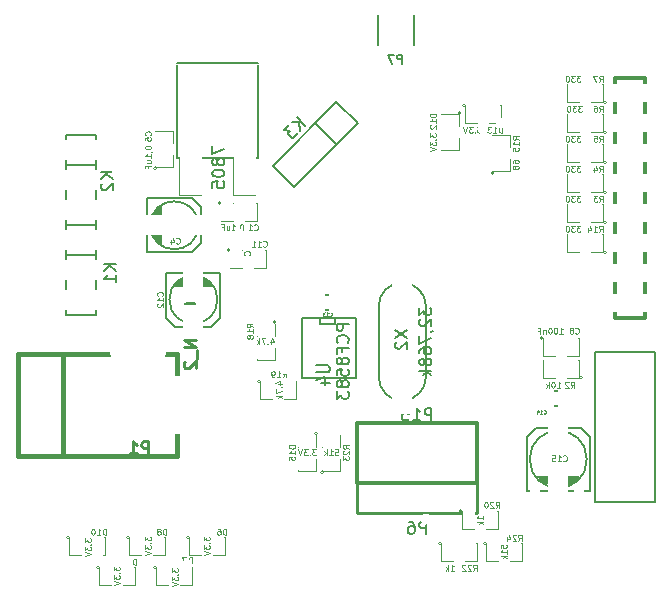
<source format=gbo>
G04 (created by PCBNEW (2013-mar-13)-testing) date nie, 20 paź 2013, 18:38:17*
%MOIN*%
G04 Gerber Fmt 3.4, Leading zero omitted, Abs format*
%FSLAX34Y34*%
G01*
G70*
G90*
G04 APERTURE LIST*
%ADD10C,0.005906*%
%ADD11C,0.006000*%
%ADD12C,0.003900*%
%ADD13C,0.005000*%
%ADD14C,0.012000*%
%ADD15C,0.015000*%
%ADD16C,0.010000*%
%ADD17C,0.004300*%
%ADD18C,0.008000*%
%ADD19C,0.004700*%
%ADD20C,0.002400*%
%ADD21C,0.010700*%
%ADD22R,0.125984X0.066929*%
%ADD23R,0.066929X0.125984*%
%ADD24R,0.066929X0.165354*%
%ADD25R,0.042874X0.062874*%
%ADD26C,0.067874*%
%ADD27R,0.157874X0.067874*%
%ADD28R,0.062874X0.042874*%
%ADD29R,0.072874X0.127874*%
%ADD30R,0.247874X0.247874*%
%ADD31R,0.067874X0.067874*%
%ADD32C,0.196874*%
%ADD33R,0.196874X0.196874*%
%ADD34C,0.043274*%
%ADD35R,0.110274X0.070874*%
%ADD36R,0.070874X0.110274*%
%ADD37R,0.059074X0.066874*%
%ADD38R,0.070874X0.125974*%
%ADD39R,0.052874X0.027874*%
%ADD40R,0.157874X0.062874*%
%ADD41C,0.037874*%
G04 APERTURE END LIST*
G54D10*
G54D11*
X1174Y-4145D02*
X174Y-4145D01*
X174Y-4145D02*
X174Y-7145D01*
X174Y-7145D02*
X1174Y-7145D01*
X1174Y-7145D02*
X1174Y-4145D01*
X174Y-5145D02*
X1174Y-5145D01*
X1174Y-7145D02*
X174Y-7145D01*
X174Y-7145D02*
X174Y-10145D01*
X174Y-10145D02*
X1174Y-10145D01*
X1174Y-10145D02*
X1174Y-7145D01*
X174Y-8145D02*
X1174Y-8145D01*
X10567Y-145D02*
X10567Y-1145D01*
X11780Y-1145D02*
X11780Y-145D01*
G54D10*
X12161Y-9839D02*
X12161Y-12201D01*
X10586Y-9839D02*
X10586Y-12201D01*
X11374Y-9052D02*
G75*
G02X12161Y-9839I0J-787D01*
G74*
G01*
X10586Y-9839D02*
G75*
G02X11374Y-9052I787J0D01*
G74*
G01*
X11374Y-12989D02*
G75*
G02X10586Y-12201I0J787D01*
G74*
G01*
X12161Y-12201D02*
G75*
G02X11374Y-12989I-787J0D01*
G74*
G01*
G54D12*
X4274Y-17545D02*
G75*
G03X4274Y-17545I-50J0D01*
G74*
G01*
X4674Y-17545D02*
X4274Y-17545D01*
X4274Y-17545D02*
X4274Y-18145D01*
X4274Y-18145D02*
X4674Y-18145D01*
X5074Y-18145D02*
X5474Y-18145D01*
X5474Y-18145D02*
X5474Y-17545D01*
X5474Y-17545D02*
X5074Y-17545D01*
X3174Y-18545D02*
G75*
G03X3174Y-18545I-50J0D01*
G74*
G01*
X3574Y-18545D02*
X3174Y-18545D01*
X3174Y-18545D02*
X3174Y-19145D01*
X3174Y-19145D02*
X3574Y-19145D01*
X3974Y-19145D02*
X4374Y-19145D01*
X4374Y-19145D02*
X4374Y-18545D01*
X4374Y-18545D02*
X3974Y-18545D01*
X2274Y-17545D02*
G75*
G03X2274Y-17545I-50J0D01*
G74*
G01*
X2674Y-17545D02*
X2274Y-17545D01*
X2274Y-17545D02*
X2274Y-18145D01*
X2274Y-18145D02*
X2674Y-18145D01*
X3074Y-18145D02*
X3474Y-18145D01*
X3474Y-18145D02*
X3474Y-17545D01*
X3474Y-17545D02*
X3074Y-17545D01*
X1274Y-18545D02*
G75*
G03X1274Y-18545I-50J0D01*
G74*
G01*
X1674Y-18545D02*
X1274Y-18545D01*
X1274Y-18545D02*
X1274Y-19145D01*
X1274Y-19145D02*
X1674Y-19145D01*
X2074Y-19145D02*
X2474Y-19145D01*
X2474Y-19145D02*
X2474Y-18545D01*
X2474Y-18545D02*
X2074Y-18545D01*
X274Y-17545D02*
G75*
G03X274Y-17545I-50J0D01*
G74*
G01*
X674Y-17545D02*
X274Y-17545D01*
X274Y-17545D02*
X274Y-18145D01*
X274Y-18145D02*
X674Y-18145D01*
X1074Y-18145D02*
X1474Y-18145D01*
X1474Y-18145D02*
X1474Y-17545D01*
X1474Y-17545D02*
X1074Y-17545D01*
G54D11*
X9888Y-3738D02*
X9181Y-3031D01*
X9181Y-3031D02*
X7059Y-5152D01*
X7059Y-5152D02*
X7766Y-5859D01*
X7766Y-5859D02*
X9888Y-3738D01*
X8474Y-3738D02*
X9181Y-4445D01*
G54D10*
X17811Y-11370D02*
X17811Y-16370D01*
X17811Y-16370D02*
X19811Y-16370D01*
X19811Y-16370D02*
X19811Y-11370D01*
X19811Y-11370D02*
X17811Y-11370D01*
G54D12*
X17374Y-12220D02*
G75*
G03X17374Y-12220I-50J0D01*
G74*
G01*
X16874Y-12220D02*
X17274Y-12220D01*
X17274Y-12220D02*
X17274Y-11620D01*
X17274Y-11620D02*
X16874Y-11620D01*
X16474Y-11620D02*
X16074Y-11620D01*
X16074Y-11620D02*
X16074Y-12220D01*
X16074Y-12220D02*
X16474Y-12220D01*
X18174Y-7045D02*
G75*
G03X18174Y-7045I-50J0D01*
G74*
G01*
X17674Y-7045D02*
X18074Y-7045D01*
X18074Y-7045D02*
X18074Y-6445D01*
X18074Y-6445D02*
X17674Y-6445D01*
X17274Y-6445D02*
X16874Y-6445D01*
X16874Y-6445D02*
X16874Y-7045D01*
X16874Y-7045D02*
X17274Y-7045D01*
X18174Y-6045D02*
G75*
G03X18174Y-6045I-50J0D01*
G74*
G01*
X17674Y-6045D02*
X18074Y-6045D01*
X18074Y-6045D02*
X18074Y-5445D01*
X18074Y-5445D02*
X17674Y-5445D01*
X17274Y-5445D02*
X16874Y-5445D01*
X16874Y-5445D02*
X16874Y-6045D01*
X16874Y-6045D02*
X17274Y-6045D01*
X18174Y-5045D02*
G75*
G03X18174Y-5045I-50J0D01*
G74*
G01*
X17674Y-5045D02*
X18074Y-5045D01*
X18074Y-5045D02*
X18074Y-4445D01*
X18074Y-4445D02*
X17674Y-4445D01*
X17274Y-4445D02*
X16874Y-4445D01*
X16874Y-4445D02*
X16874Y-5045D01*
X16874Y-5045D02*
X17274Y-5045D01*
X18174Y-4045D02*
G75*
G03X18174Y-4045I-50J0D01*
G74*
G01*
X17674Y-4045D02*
X18074Y-4045D01*
X18074Y-4045D02*
X18074Y-3445D01*
X18074Y-3445D02*
X17674Y-3445D01*
X17274Y-3445D02*
X16874Y-3445D01*
X16874Y-3445D02*
X16874Y-4045D01*
X16874Y-4045D02*
X17274Y-4045D01*
X18174Y-3045D02*
G75*
G03X18174Y-3045I-50J0D01*
G74*
G01*
X17674Y-3045D02*
X18074Y-3045D01*
X18074Y-3045D02*
X18074Y-2445D01*
X18074Y-2445D02*
X17674Y-2445D01*
X17274Y-2445D02*
X16874Y-2445D01*
X16874Y-2445D02*
X16874Y-3045D01*
X16874Y-3045D02*
X17274Y-3045D01*
X18174Y-8045D02*
G75*
G03X18174Y-8045I-50J0D01*
G74*
G01*
X17674Y-8045D02*
X18074Y-8045D01*
X18074Y-8045D02*
X18074Y-7445D01*
X18074Y-7445D02*
X17674Y-7445D01*
X17274Y-7445D02*
X16874Y-7445D01*
X16874Y-7445D02*
X16874Y-8045D01*
X16874Y-8045D02*
X17274Y-8045D01*
X14424Y-5395D02*
G75*
G03X14424Y-5395I-50J0D01*
G74*
G01*
X14374Y-4945D02*
X14374Y-5345D01*
X14374Y-5345D02*
X14974Y-5345D01*
X14974Y-5345D02*
X14974Y-4945D01*
X14974Y-4545D02*
X14974Y-4145D01*
X14974Y-4145D02*
X14374Y-4145D01*
X14374Y-4145D02*
X14374Y-4545D01*
G54D13*
X4674Y-4895D02*
X4674Y-6145D01*
X4674Y-6145D02*
X3974Y-6145D01*
X3974Y-6145D02*
X3974Y-4895D01*
X6474Y-4895D02*
X6474Y-6145D01*
X6474Y-6145D02*
X5774Y-6145D01*
X5774Y-6145D02*
X5774Y-4895D01*
X3874Y-2495D02*
X3874Y-4895D01*
X3874Y-4895D02*
X6574Y-4895D01*
X6574Y-4895D02*
X6574Y-1795D01*
X6574Y-1745D02*
X3874Y-1745D01*
X3874Y-1795D02*
X3874Y-2495D01*
G54D14*
X9874Y-15745D02*
X13874Y-15745D01*
X13874Y-15745D02*
X13874Y-13745D01*
X13874Y-13745D02*
X9874Y-13745D01*
X9874Y-13745D02*
X9874Y-15745D01*
G54D15*
X-1125Y-14845D02*
X-1425Y-14845D01*
X-1425Y-14845D02*
X-1425Y-11445D01*
X-1425Y-11445D02*
X-1125Y-11445D01*
X74Y-14845D02*
X74Y-11445D01*
X3874Y-14845D02*
X3874Y-11445D01*
X-1125Y-11445D02*
X3874Y-11445D01*
X-1125Y-14845D02*
X3874Y-14845D01*
G54D12*
X5324Y-6395D02*
G75*
G03X5324Y-6395I-50J0D01*
G74*
G01*
X5724Y-6395D02*
X5324Y-6395D01*
X5324Y-6395D02*
X5324Y-6995D01*
X5324Y-6995D02*
X5724Y-6995D01*
X6124Y-6995D02*
X6524Y-6995D01*
X6524Y-6995D02*
X6524Y-6395D01*
X6524Y-6395D02*
X6124Y-6395D01*
X3174Y-5245D02*
G75*
G03X3174Y-5245I-50J0D01*
G74*
G01*
X3124Y-4795D02*
X3124Y-5195D01*
X3124Y-5195D02*
X3724Y-5195D01*
X3724Y-5195D02*
X3724Y-4795D01*
X3724Y-4395D02*
X3724Y-3995D01*
X3724Y-3995D02*
X3124Y-3995D01*
X3124Y-3995D02*
X3124Y-4395D01*
X16074Y-10895D02*
G75*
G03X16074Y-10895I-50J0D01*
G74*
G01*
X16474Y-10895D02*
X16074Y-10895D01*
X16074Y-10895D02*
X16074Y-11495D01*
X16074Y-11495D02*
X16474Y-11495D01*
X16874Y-11495D02*
X17274Y-11495D01*
X17274Y-11495D02*
X17274Y-10895D01*
X17274Y-10895D02*
X16874Y-10895D01*
X5624Y-7970D02*
G75*
G03X5624Y-7970I-50J0D01*
G74*
G01*
X6024Y-7970D02*
X5624Y-7970D01*
X5624Y-7970D02*
X5624Y-8570D01*
X5624Y-8570D02*
X6024Y-8570D01*
X6424Y-8570D02*
X6824Y-8570D01*
X6824Y-8570D02*
X6824Y-7970D01*
X6824Y-7970D02*
X6424Y-7970D01*
X13324Y-3395D02*
G75*
G03X13324Y-3395I-50J0D01*
G74*
G01*
X13274Y-3845D02*
X13274Y-3445D01*
X13274Y-3445D02*
X12674Y-3445D01*
X12674Y-3445D02*
X12674Y-3845D01*
X12674Y-4245D02*
X12674Y-4645D01*
X12674Y-4645D02*
X13274Y-4645D01*
X13274Y-4645D02*
X13274Y-4245D01*
X13474Y-3145D02*
G75*
G03X13474Y-3145I-50J0D01*
G74*
G01*
X13874Y-3145D02*
X13474Y-3145D01*
X13474Y-3145D02*
X13474Y-3745D01*
X13474Y-3745D02*
X13874Y-3745D01*
X14274Y-3745D02*
X14674Y-3745D01*
X14674Y-3745D02*
X14674Y-3145D01*
X14674Y-3145D02*
X14274Y-3145D01*
G54D16*
X13874Y-15745D02*
X9874Y-15745D01*
X13874Y-16745D02*
X9874Y-16745D01*
X9874Y-16745D02*
X9874Y-15745D01*
X13874Y-15745D02*
X13874Y-16745D01*
G54D13*
X4424Y-7145D02*
X4124Y-7145D01*
X4274Y-7295D02*
X4274Y-6995D01*
X4374Y-6245D02*
X2874Y-6245D01*
X4674Y-7745D02*
X4674Y-6545D01*
X4374Y-6245D02*
X4674Y-6545D01*
X4374Y-8045D02*
X2874Y-8045D01*
X4374Y-8045D02*
X4674Y-7745D01*
X2974Y-7095D02*
X2974Y-7195D01*
X3024Y-7395D02*
X3024Y-6895D01*
X3074Y-6795D02*
X3074Y-7495D01*
X3124Y-6695D02*
X3124Y-7595D01*
X3174Y-7645D02*
X3174Y-6645D01*
X3224Y-6595D02*
X3224Y-7695D01*
X3274Y-7745D02*
X3274Y-6545D01*
X3324Y-7795D02*
X3324Y-6495D01*
X4574Y-7145D02*
G75*
G03X4574Y-7145I-799J0D01*
G74*
G01*
X2874Y-8045D02*
X2874Y-6245D01*
X4411Y-10270D02*
X4411Y-9970D01*
X4261Y-10120D02*
X4561Y-10120D01*
X5311Y-10220D02*
X5311Y-8720D01*
X3811Y-10520D02*
X5011Y-10520D01*
X5311Y-10220D02*
X5011Y-10520D01*
X3511Y-10220D02*
X3511Y-8720D01*
X3511Y-10220D02*
X3811Y-10520D01*
X4461Y-8820D02*
X4361Y-8820D01*
X4161Y-8870D02*
X4661Y-8870D01*
X4761Y-8920D02*
X4061Y-8920D01*
X4861Y-8970D02*
X3961Y-8970D01*
X3911Y-9020D02*
X4911Y-9020D01*
X4961Y-9070D02*
X3861Y-9070D01*
X3811Y-9120D02*
X5011Y-9120D01*
X3761Y-9170D02*
X5061Y-9170D01*
X5211Y-9620D02*
G75*
G03X5211Y-9620I-800J0D01*
G74*
G01*
X3511Y-8720D02*
X5311Y-8720D01*
X9124Y-9970D02*
X9124Y-9470D01*
X8624Y-9970D02*
X8624Y-9480D01*
X8474Y-9970D02*
X9274Y-9970D01*
X9274Y-9970D02*
X9274Y-9470D01*
X9274Y-9470D02*
X8474Y-9470D01*
X8474Y-9470D02*
X8474Y-9970D01*
X16749Y-13170D02*
X16749Y-12670D01*
X16249Y-13170D02*
X16249Y-12680D01*
X16099Y-13170D02*
X16899Y-13170D01*
X16899Y-13170D02*
X16899Y-12670D01*
X16899Y-12670D02*
X16099Y-12670D01*
X16099Y-12670D02*
X16099Y-13170D01*
X16824Y-15845D02*
X16274Y-15845D01*
X16924Y-15795D02*
X16224Y-15795D01*
X17074Y-15745D02*
X16074Y-15745D01*
X16024Y-15695D02*
X17124Y-15695D01*
X17174Y-15645D02*
X15974Y-15645D01*
X15924Y-15595D02*
X17224Y-15595D01*
X17274Y-15545D02*
X15874Y-15545D01*
X17524Y-14945D02*
G75*
G03X17524Y-14945I-950J0D01*
G74*
G01*
X17624Y-15995D02*
X17624Y-14195D01*
X17624Y-14195D02*
X17324Y-13895D01*
X17324Y-13895D02*
X15824Y-13895D01*
X15824Y-13895D02*
X15524Y-14195D01*
X15524Y-14195D02*
X15524Y-15995D01*
X15524Y-15995D02*
X17624Y-15995D01*
X16574Y-14095D02*
X16574Y-14395D01*
X16724Y-14245D02*
X16424Y-14245D01*
G54D12*
X8549Y-14070D02*
G75*
G03X8549Y-14070I-50J0D01*
G74*
G01*
X8499Y-14520D02*
X8499Y-14120D01*
X8499Y-14120D02*
X7899Y-14120D01*
X7899Y-14120D02*
X7899Y-14520D01*
X7899Y-14920D02*
X7899Y-15320D01*
X7899Y-15320D02*
X8499Y-15320D01*
X8499Y-15320D02*
X8499Y-14920D01*
X7174Y-10370D02*
G75*
G03X7174Y-10370I-50J0D01*
G74*
G01*
X7124Y-10820D02*
X7124Y-10420D01*
X7124Y-10420D02*
X6524Y-10420D01*
X6524Y-10420D02*
X6524Y-10820D01*
X6524Y-11220D02*
X6524Y-11620D01*
X6524Y-11620D02*
X7124Y-11620D01*
X7124Y-11620D02*
X7124Y-11220D01*
X6649Y-12345D02*
G75*
G03X6649Y-12345I-50J0D01*
G74*
G01*
X7049Y-12345D02*
X6649Y-12345D01*
X6649Y-12345D02*
X6649Y-12945D01*
X6649Y-12945D02*
X7049Y-12945D01*
X7449Y-12945D02*
X7849Y-12945D01*
X7849Y-12945D02*
X7849Y-12345D01*
X7849Y-12345D02*
X7449Y-12345D01*
X13374Y-16670D02*
G75*
G03X13374Y-16670I-50J0D01*
G74*
G01*
X13774Y-16670D02*
X13374Y-16670D01*
X13374Y-16670D02*
X13374Y-17270D01*
X13374Y-17270D02*
X13774Y-17270D01*
X14174Y-17270D02*
X14574Y-17270D01*
X14574Y-17270D02*
X14574Y-16670D01*
X14574Y-16670D02*
X14174Y-16670D01*
X12674Y-17745D02*
G75*
G03X12674Y-17745I-50J0D01*
G74*
G01*
X13074Y-17745D02*
X12674Y-17745D01*
X12674Y-17745D02*
X12674Y-18345D01*
X12674Y-18345D02*
X13074Y-18345D01*
X13474Y-18345D02*
X13874Y-18345D01*
X13874Y-18345D02*
X13874Y-17745D01*
X13874Y-17745D02*
X13474Y-17745D01*
X8749Y-15370D02*
G75*
G03X8749Y-15370I-50J0D01*
G74*
G01*
X8699Y-14920D02*
X8699Y-15320D01*
X8699Y-15320D02*
X9299Y-15320D01*
X9299Y-15320D02*
X9299Y-14920D01*
X9299Y-14520D02*
X9299Y-14120D01*
X9299Y-14120D02*
X8699Y-14120D01*
X8699Y-14120D02*
X8699Y-14520D01*
X14174Y-17745D02*
G75*
G03X14174Y-17745I-50J0D01*
G74*
G01*
X14574Y-17745D02*
X14174Y-17745D01*
X14174Y-17745D02*
X14174Y-18345D01*
X14174Y-18345D02*
X14574Y-18345D01*
X14974Y-18345D02*
X15374Y-18345D01*
X15374Y-18345D02*
X15374Y-17745D01*
X15374Y-17745D02*
X14974Y-17745D01*
G54D13*
X8024Y-10220D02*
X8024Y-12220D01*
X8024Y-12220D02*
X9824Y-12220D01*
X9824Y-12220D02*
X9824Y-10220D01*
X9824Y-10220D02*
X8024Y-10220D01*
X8624Y-10220D02*
X8624Y-10420D01*
X8624Y-10420D02*
X9124Y-10420D01*
X9124Y-10420D02*
X9124Y-10220D01*
G54D14*
X19474Y-10245D02*
X19474Y-2245D01*
X19474Y-2245D02*
X18474Y-2245D01*
X18474Y-2245D02*
X18474Y-10245D01*
X18474Y-10245D02*
X19474Y-10245D01*
G54D11*
X1742Y-5375D02*
X1342Y-5375D01*
X1742Y-5603D02*
X1513Y-5432D01*
X1342Y-5603D02*
X1570Y-5375D01*
X1380Y-5756D02*
X1361Y-5775D01*
X1342Y-5813D01*
X1342Y-5908D01*
X1361Y-5946D01*
X1380Y-5965D01*
X1418Y-5984D01*
X1456Y-5984D01*
X1513Y-5965D01*
X1742Y-5737D01*
X1742Y-5984D01*
X1842Y-8425D02*
X1442Y-8425D01*
X1842Y-8653D02*
X1613Y-8482D01*
X1442Y-8653D02*
X1670Y-8425D01*
X1842Y-9034D02*
X1842Y-8806D01*
X1842Y-8920D02*
X1442Y-8920D01*
X1499Y-8882D01*
X1537Y-8844D01*
X1556Y-8806D01*
X11382Y-1756D02*
X11382Y-1456D01*
X11268Y-1456D01*
X11239Y-1470D01*
X11225Y-1484D01*
X11211Y-1513D01*
X11211Y-1556D01*
X11225Y-1584D01*
X11239Y-1599D01*
X11268Y-1613D01*
X11382Y-1613D01*
X11111Y-1456D02*
X10911Y-1456D01*
X11039Y-1756D01*
G54D10*
X11145Y-10651D02*
X11539Y-10914D01*
X11145Y-10914D02*
X11539Y-10651D01*
X11183Y-11045D02*
X11164Y-11064D01*
X11145Y-11101D01*
X11145Y-11195D01*
X11164Y-11232D01*
X11183Y-11251D01*
X11220Y-11270D01*
X11258Y-11270D01*
X11314Y-11251D01*
X11539Y-11026D01*
X11539Y-11270D01*
X11945Y-9886D02*
X11945Y-10130D01*
X12095Y-9998D01*
X12095Y-10055D01*
X12114Y-10092D01*
X12133Y-10111D01*
X12170Y-10130D01*
X12264Y-10130D01*
X12302Y-10111D01*
X12320Y-10092D01*
X12339Y-10055D01*
X12339Y-9942D01*
X12320Y-9905D01*
X12302Y-9886D01*
X11983Y-10280D02*
X11964Y-10298D01*
X11945Y-10336D01*
X11945Y-10430D01*
X11964Y-10467D01*
X11983Y-10486D01*
X12020Y-10505D01*
X12058Y-10505D01*
X12114Y-10486D01*
X12339Y-10261D01*
X12339Y-10505D01*
X12320Y-10692D02*
X12339Y-10692D01*
X12377Y-10673D01*
X12395Y-10655D01*
X11945Y-10823D02*
X11945Y-11086D01*
X12339Y-10917D01*
X11945Y-11404D02*
X11945Y-11330D01*
X11964Y-11292D01*
X11983Y-11273D01*
X12039Y-11236D01*
X12114Y-11217D01*
X12264Y-11217D01*
X12302Y-11236D01*
X12320Y-11255D01*
X12339Y-11292D01*
X12339Y-11367D01*
X12320Y-11404D01*
X12302Y-11423D01*
X12264Y-11442D01*
X12170Y-11442D01*
X12133Y-11423D01*
X12114Y-11404D01*
X12095Y-11367D01*
X12095Y-11292D01*
X12114Y-11255D01*
X12133Y-11236D01*
X12170Y-11217D01*
X12114Y-11667D02*
X12095Y-11629D01*
X12077Y-11611D01*
X12039Y-11592D01*
X12020Y-11592D01*
X11983Y-11611D01*
X11964Y-11629D01*
X11945Y-11667D01*
X11945Y-11742D01*
X11964Y-11779D01*
X11983Y-11798D01*
X12020Y-11817D01*
X12039Y-11817D01*
X12077Y-11798D01*
X12095Y-11779D01*
X12114Y-11742D01*
X12114Y-11667D01*
X12133Y-11629D01*
X12152Y-11611D01*
X12189Y-11592D01*
X12264Y-11592D01*
X12302Y-11611D01*
X12320Y-11629D01*
X12339Y-11667D01*
X12339Y-11742D01*
X12320Y-11779D01*
X12302Y-11798D01*
X12264Y-11817D01*
X12189Y-11817D01*
X12152Y-11798D01*
X12133Y-11779D01*
X12114Y-11742D01*
X12339Y-11986D02*
X11945Y-11986D01*
X12189Y-12023D02*
X12339Y-12136D01*
X12077Y-12136D02*
X12227Y-11986D01*
G54D17*
X5506Y-17459D02*
X5506Y-17262D01*
X5459Y-17262D01*
X5431Y-17271D01*
X5413Y-17290D01*
X5403Y-17309D01*
X5394Y-17347D01*
X5394Y-17375D01*
X5403Y-17412D01*
X5413Y-17431D01*
X5431Y-17450D01*
X5459Y-17459D01*
X5506Y-17459D01*
X5225Y-17262D02*
X5262Y-17262D01*
X5281Y-17271D01*
X5291Y-17281D01*
X5309Y-17309D01*
X5319Y-17347D01*
X5319Y-17422D01*
X5309Y-17440D01*
X5300Y-17450D01*
X5281Y-17459D01*
X5244Y-17459D01*
X5225Y-17450D01*
X5216Y-17440D01*
X5206Y-17422D01*
X5206Y-17375D01*
X5216Y-17356D01*
X5225Y-17347D01*
X5244Y-17337D01*
X5281Y-17337D01*
X5300Y-17347D01*
X5309Y-17356D01*
X5319Y-17375D01*
X4753Y-17529D02*
X4753Y-17651D01*
X4828Y-17585D01*
X4828Y-17614D01*
X4837Y-17632D01*
X4847Y-17642D01*
X4866Y-17651D01*
X4913Y-17651D01*
X4931Y-17642D01*
X4941Y-17632D01*
X4950Y-17614D01*
X4950Y-17557D01*
X4941Y-17539D01*
X4931Y-17529D01*
X4931Y-17736D02*
X4941Y-17745D01*
X4950Y-17736D01*
X4941Y-17726D01*
X4931Y-17736D01*
X4950Y-17736D01*
X4753Y-17811D02*
X4753Y-17933D01*
X4828Y-17867D01*
X4828Y-17895D01*
X4837Y-17914D01*
X4847Y-17923D01*
X4866Y-17933D01*
X4913Y-17933D01*
X4931Y-17923D01*
X4941Y-17914D01*
X4950Y-17895D01*
X4950Y-17839D01*
X4941Y-17820D01*
X4931Y-17811D01*
X4753Y-17989D02*
X4950Y-18054D01*
X4753Y-18120D01*
X4356Y-18409D02*
X4356Y-18212D01*
X4309Y-18212D01*
X4281Y-18221D01*
X4263Y-18240D01*
X4253Y-18259D01*
X4244Y-18297D01*
X4244Y-18325D01*
X4253Y-18362D01*
X4263Y-18381D01*
X4281Y-18400D01*
X4309Y-18409D01*
X4356Y-18409D01*
X4178Y-18212D02*
X4047Y-18212D01*
X4131Y-18409D01*
X3703Y-18579D02*
X3703Y-18701D01*
X3778Y-18635D01*
X3778Y-18664D01*
X3787Y-18682D01*
X3797Y-18692D01*
X3816Y-18701D01*
X3863Y-18701D01*
X3881Y-18692D01*
X3891Y-18682D01*
X3900Y-18664D01*
X3900Y-18607D01*
X3891Y-18589D01*
X3881Y-18579D01*
X3881Y-18786D02*
X3891Y-18795D01*
X3900Y-18786D01*
X3891Y-18776D01*
X3881Y-18786D01*
X3900Y-18786D01*
X3703Y-18861D02*
X3703Y-18983D01*
X3778Y-18917D01*
X3778Y-18945D01*
X3787Y-18964D01*
X3797Y-18973D01*
X3816Y-18983D01*
X3863Y-18983D01*
X3881Y-18973D01*
X3891Y-18964D01*
X3900Y-18945D01*
X3900Y-18889D01*
X3891Y-18870D01*
X3881Y-18861D01*
X3703Y-19039D02*
X3900Y-19104D01*
X3703Y-19170D01*
X3506Y-17459D02*
X3506Y-17262D01*
X3459Y-17262D01*
X3431Y-17271D01*
X3413Y-17290D01*
X3403Y-17309D01*
X3394Y-17347D01*
X3394Y-17375D01*
X3403Y-17412D01*
X3413Y-17431D01*
X3431Y-17450D01*
X3459Y-17459D01*
X3506Y-17459D01*
X3281Y-17347D02*
X3300Y-17337D01*
X3309Y-17328D01*
X3319Y-17309D01*
X3319Y-17300D01*
X3309Y-17281D01*
X3300Y-17271D01*
X3281Y-17262D01*
X3244Y-17262D01*
X3225Y-17271D01*
X3216Y-17281D01*
X3206Y-17300D01*
X3206Y-17309D01*
X3216Y-17328D01*
X3225Y-17337D01*
X3244Y-17347D01*
X3281Y-17347D01*
X3300Y-17356D01*
X3309Y-17365D01*
X3319Y-17384D01*
X3319Y-17422D01*
X3309Y-17440D01*
X3300Y-17450D01*
X3281Y-17459D01*
X3244Y-17459D01*
X3225Y-17450D01*
X3216Y-17440D01*
X3206Y-17422D01*
X3206Y-17384D01*
X3216Y-17365D01*
X3225Y-17356D01*
X3244Y-17347D01*
X2803Y-17529D02*
X2803Y-17651D01*
X2878Y-17585D01*
X2878Y-17614D01*
X2887Y-17632D01*
X2897Y-17642D01*
X2916Y-17651D01*
X2963Y-17651D01*
X2981Y-17642D01*
X2991Y-17632D01*
X3000Y-17614D01*
X3000Y-17557D01*
X2991Y-17539D01*
X2981Y-17529D01*
X2981Y-17736D02*
X2991Y-17745D01*
X3000Y-17736D01*
X2991Y-17726D01*
X2981Y-17736D01*
X3000Y-17736D01*
X2803Y-17811D02*
X2803Y-17933D01*
X2878Y-17867D01*
X2878Y-17895D01*
X2887Y-17914D01*
X2897Y-17923D01*
X2916Y-17933D01*
X2963Y-17933D01*
X2981Y-17923D01*
X2991Y-17914D01*
X3000Y-17895D01*
X3000Y-17839D01*
X2991Y-17820D01*
X2981Y-17811D01*
X2803Y-17989D02*
X3000Y-18054D01*
X2803Y-18120D01*
X2506Y-18459D02*
X2506Y-18262D01*
X2459Y-18262D01*
X2431Y-18271D01*
X2413Y-18290D01*
X2403Y-18309D01*
X2394Y-18347D01*
X2394Y-18375D01*
X2403Y-18412D01*
X2413Y-18431D01*
X2431Y-18450D01*
X2459Y-18459D01*
X2506Y-18459D01*
X2300Y-18459D02*
X2262Y-18459D01*
X2244Y-18450D01*
X2234Y-18440D01*
X2216Y-18412D01*
X2206Y-18375D01*
X2206Y-18300D01*
X2216Y-18281D01*
X2225Y-18271D01*
X2244Y-18262D01*
X2281Y-18262D01*
X2300Y-18271D01*
X2309Y-18281D01*
X2319Y-18300D01*
X2319Y-18347D01*
X2309Y-18365D01*
X2300Y-18375D01*
X2281Y-18384D01*
X2244Y-18384D01*
X2225Y-18375D01*
X2216Y-18365D01*
X2206Y-18347D01*
X1753Y-18529D02*
X1753Y-18651D01*
X1828Y-18585D01*
X1828Y-18614D01*
X1837Y-18632D01*
X1847Y-18642D01*
X1866Y-18651D01*
X1913Y-18651D01*
X1931Y-18642D01*
X1941Y-18632D01*
X1950Y-18614D01*
X1950Y-18557D01*
X1941Y-18539D01*
X1931Y-18529D01*
X1931Y-18736D02*
X1941Y-18745D01*
X1950Y-18736D01*
X1941Y-18726D01*
X1931Y-18736D01*
X1950Y-18736D01*
X1753Y-18811D02*
X1753Y-18933D01*
X1828Y-18867D01*
X1828Y-18895D01*
X1837Y-18914D01*
X1847Y-18923D01*
X1866Y-18933D01*
X1913Y-18933D01*
X1931Y-18923D01*
X1941Y-18914D01*
X1950Y-18895D01*
X1950Y-18839D01*
X1941Y-18820D01*
X1931Y-18811D01*
X1753Y-18989D02*
X1950Y-19054D01*
X1753Y-19120D01*
X1500Y-17459D02*
X1500Y-17262D01*
X1453Y-17262D01*
X1425Y-17271D01*
X1406Y-17290D01*
X1397Y-17309D01*
X1388Y-17347D01*
X1388Y-17375D01*
X1397Y-17412D01*
X1406Y-17431D01*
X1425Y-17450D01*
X1453Y-17459D01*
X1500Y-17459D01*
X1200Y-17459D02*
X1313Y-17459D01*
X1256Y-17459D02*
X1256Y-17262D01*
X1275Y-17290D01*
X1294Y-17309D01*
X1313Y-17318D01*
X1078Y-17262D02*
X1059Y-17262D01*
X1040Y-17271D01*
X1031Y-17281D01*
X1022Y-17300D01*
X1012Y-17337D01*
X1012Y-17384D01*
X1022Y-17422D01*
X1031Y-17440D01*
X1040Y-17450D01*
X1059Y-17459D01*
X1078Y-17459D01*
X1097Y-17450D01*
X1106Y-17440D01*
X1116Y-17422D01*
X1125Y-17384D01*
X1125Y-17337D01*
X1116Y-17300D01*
X1106Y-17281D01*
X1097Y-17271D01*
X1078Y-17262D01*
X803Y-17579D02*
X803Y-17701D01*
X878Y-17635D01*
X878Y-17664D01*
X887Y-17682D01*
X897Y-17692D01*
X916Y-17701D01*
X963Y-17701D01*
X981Y-17692D01*
X991Y-17682D01*
X1000Y-17664D01*
X1000Y-17607D01*
X991Y-17589D01*
X981Y-17579D01*
X981Y-17786D02*
X991Y-17795D01*
X1000Y-17786D01*
X991Y-17776D01*
X981Y-17786D01*
X1000Y-17786D01*
X803Y-17861D02*
X803Y-17983D01*
X878Y-17917D01*
X878Y-17945D01*
X887Y-17964D01*
X897Y-17973D01*
X916Y-17983D01*
X963Y-17983D01*
X981Y-17973D01*
X991Y-17964D01*
X1000Y-17945D01*
X1000Y-17889D01*
X991Y-17870D01*
X981Y-17861D01*
X803Y-18039D02*
X1000Y-18104D01*
X803Y-18170D01*
G54D11*
X8138Y-3834D02*
X7856Y-3551D01*
X7977Y-3996D02*
X7936Y-3713D01*
X7694Y-3713D02*
X8017Y-3713D01*
X7600Y-3807D02*
X7425Y-3982D01*
X7627Y-3996D01*
X7586Y-4036D01*
X7573Y-4076D01*
X7573Y-4103D01*
X7586Y-4144D01*
X7654Y-4211D01*
X7694Y-4225D01*
X7721Y-4225D01*
X7761Y-4211D01*
X7842Y-4130D01*
X7856Y-4090D01*
X7856Y-4063D01*
G54D18*
G54D17*
X16994Y-12559D02*
X17059Y-12465D01*
X17106Y-12559D02*
X17106Y-12362D01*
X17031Y-12362D01*
X17013Y-12371D01*
X17003Y-12381D01*
X16994Y-12400D01*
X16994Y-12428D01*
X17003Y-12447D01*
X17013Y-12456D01*
X17031Y-12465D01*
X17106Y-12465D01*
X16919Y-12381D02*
X16909Y-12371D01*
X16891Y-12362D01*
X16844Y-12362D01*
X16825Y-12371D01*
X16816Y-12381D01*
X16806Y-12400D01*
X16806Y-12418D01*
X16816Y-12447D01*
X16928Y-12559D01*
X16806Y-12559D01*
X16528Y-12559D02*
X16641Y-12559D01*
X16584Y-12559D02*
X16584Y-12362D01*
X16603Y-12390D01*
X16622Y-12409D01*
X16641Y-12418D01*
X16406Y-12362D02*
X16387Y-12362D01*
X16369Y-12371D01*
X16359Y-12381D01*
X16350Y-12400D01*
X16341Y-12437D01*
X16341Y-12484D01*
X16350Y-12522D01*
X16359Y-12540D01*
X16369Y-12550D01*
X16387Y-12559D01*
X16406Y-12559D01*
X16425Y-12550D01*
X16434Y-12540D01*
X16444Y-12522D01*
X16453Y-12484D01*
X16453Y-12437D01*
X16444Y-12400D01*
X16434Y-12381D01*
X16425Y-12371D01*
X16406Y-12362D01*
X16256Y-12559D02*
X16256Y-12362D01*
X16237Y-12484D02*
X16181Y-12559D01*
X16181Y-12428D02*
X16256Y-12503D01*
X17944Y-6359D02*
X18009Y-6265D01*
X18056Y-6359D02*
X18056Y-6162D01*
X17981Y-6162D01*
X17963Y-6171D01*
X17953Y-6181D01*
X17944Y-6200D01*
X17944Y-6228D01*
X17953Y-6247D01*
X17963Y-6256D01*
X17981Y-6265D01*
X18056Y-6265D01*
X17878Y-6162D02*
X17756Y-6162D01*
X17822Y-6237D01*
X17794Y-6237D01*
X17775Y-6247D01*
X17766Y-6256D01*
X17756Y-6275D01*
X17756Y-6322D01*
X17766Y-6340D01*
X17775Y-6350D01*
X17794Y-6359D01*
X17850Y-6359D01*
X17869Y-6350D01*
X17878Y-6340D01*
X17314Y-6162D02*
X17192Y-6162D01*
X17258Y-6237D01*
X17230Y-6237D01*
X17211Y-6247D01*
X17202Y-6256D01*
X17192Y-6275D01*
X17192Y-6322D01*
X17202Y-6340D01*
X17211Y-6350D01*
X17230Y-6359D01*
X17286Y-6359D01*
X17305Y-6350D01*
X17314Y-6340D01*
X17127Y-6162D02*
X17005Y-6162D01*
X17070Y-6237D01*
X17042Y-6237D01*
X17023Y-6247D01*
X17014Y-6256D01*
X17005Y-6275D01*
X17005Y-6322D01*
X17014Y-6340D01*
X17023Y-6350D01*
X17042Y-6359D01*
X17098Y-6359D01*
X17117Y-6350D01*
X17127Y-6340D01*
X16883Y-6162D02*
X16864Y-6162D01*
X16845Y-6171D01*
X16836Y-6181D01*
X16826Y-6200D01*
X16817Y-6237D01*
X16817Y-6284D01*
X16826Y-6322D01*
X16836Y-6340D01*
X16845Y-6350D01*
X16864Y-6359D01*
X16883Y-6359D01*
X16901Y-6350D01*
X16911Y-6340D01*
X16920Y-6322D01*
X16930Y-6284D01*
X16930Y-6237D01*
X16920Y-6200D01*
X16911Y-6181D01*
X16901Y-6171D01*
X16883Y-6162D01*
X17944Y-5359D02*
X18009Y-5265D01*
X18056Y-5359D02*
X18056Y-5162D01*
X17981Y-5162D01*
X17963Y-5171D01*
X17953Y-5181D01*
X17944Y-5200D01*
X17944Y-5228D01*
X17953Y-5247D01*
X17963Y-5256D01*
X17981Y-5265D01*
X18056Y-5265D01*
X17775Y-5228D02*
X17775Y-5359D01*
X17822Y-5153D02*
X17869Y-5293D01*
X17747Y-5293D01*
X17314Y-5162D02*
X17192Y-5162D01*
X17258Y-5237D01*
X17230Y-5237D01*
X17211Y-5247D01*
X17202Y-5256D01*
X17192Y-5275D01*
X17192Y-5322D01*
X17202Y-5340D01*
X17211Y-5350D01*
X17230Y-5359D01*
X17286Y-5359D01*
X17305Y-5350D01*
X17314Y-5340D01*
X17127Y-5162D02*
X17005Y-5162D01*
X17070Y-5237D01*
X17042Y-5237D01*
X17023Y-5247D01*
X17014Y-5256D01*
X17005Y-5275D01*
X17005Y-5322D01*
X17014Y-5340D01*
X17023Y-5350D01*
X17042Y-5359D01*
X17098Y-5359D01*
X17117Y-5350D01*
X17127Y-5340D01*
X16883Y-5162D02*
X16864Y-5162D01*
X16845Y-5171D01*
X16836Y-5181D01*
X16826Y-5200D01*
X16817Y-5237D01*
X16817Y-5284D01*
X16826Y-5322D01*
X16836Y-5340D01*
X16845Y-5350D01*
X16864Y-5359D01*
X16883Y-5359D01*
X16901Y-5350D01*
X16911Y-5340D01*
X16920Y-5322D01*
X16930Y-5284D01*
X16930Y-5237D01*
X16920Y-5200D01*
X16911Y-5181D01*
X16901Y-5171D01*
X16883Y-5162D01*
X17944Y-4359D02*
X18009Y-4265D01*
X18056Y-4359D02*
X18056Y-4162D01*
X17981Y-4162D01*
X17963Y-4171D01*
X17953Y-4181D01*
X17944Y-4200D01*
X17944Y-4228D01*
X17953Y-4247D01*
X17963Y-4256D01*
X17981Y-4265D01*
X18056Y-4265D01*
X17766Y-4162D02*
X17859Y-4162D01*
X17869Y-4256D01*
X17859Y-4247D01*
X17841Y-4237D01*
X17794Y-4237D01*
X17775Y-4247D01*
X17766Y-4256D01*
X17756Y-4275D01*
X17756Y-4322D01*
X17766Y-4340D01*
X17775Y-4350D01*
X17794Y-4359D01*
X17841Y-4359D01*
X17859Y-4350D01*
X17869Y-4340D01*
X17314Y-4162D02*
X17192Y-4162D01*
X17258Y-4237D01*
X17230Y-4237D01*
X17211Y-4247D01*
X17202Y-4256D01*
X17192Y-4275D01*
X17192Y-4322D01*
X17202Y-4340D01*
X17211Y-4350D01*
X17230Y-4359D01*
X17286Y-4359D01*
X17305Y-4350D01*
X17314Y-4340D01*
X17127Y-4162D02*
X17005Y-4162D01*
X17070Y-4237D01*
X17042Y-4237D01*
X17023Y-4247D01*
X17014Y-4256D01*
X17005Y-4275D01*
X17005Y-4322D01*
X17014Y-4340D01*
X17023Y-4350D01*
X17042Y-4359D01*
X17098Y-4359D01*
X17117Y-4350D01*
X17127Y-4340D01*
X16883Y-4162D02*
X16864Y-4162D01*
X16845Y-4171D01*
X16836Y-4181D01*
X16826Y-4200D01*
X16817Y-4237D01*
X16817Y-4284D01*
X16826Y-4322D01*
X16836Y-4340D01*
X16845Y-4350D01*
X16864Y-4359D01*
X16883Y-4359D01*
X16901Y-4350D01*
X16911Y-4340D01*
X16920Y-4322D01*
X16930Y-4284D01*
X16930Y-4237D01*
X16920Y-4200D01*
X16911Y-4181D01*
X16901Y-4171D01*
X16883Y-4162D01*
X17944Y-3359D02*
X18009Y-3265D01*
X18056Y-3359D02*
X18056Y-3162D01*
X17981Y-3162D01*
X17963Y-3171D01*
X17953Y-3181D01*
X17944Y-3200D01*
X17944Y-3228D01*
X17953Y-3247D01*
X17963Y-3256D01*
X17981Y-3265D01*
X18056Y-3265D01*
X17775Y-3162D02*
X17812Y-3162D01*
X17831Y-3171D01*
X17841Y-3181D01*
X17859Y-3209D01*
X17869Y-3247D01*
X17869Y-3322D01*
X17859Y-3340D01*
X17850Y-3350D01*
X17831Y-3359D01*
X17794Y-3359D01*
X17775Y-3350D01*
X17766Y-3340D01*
X17756Y-3322D01*
X17756Y-3275D01*
X17766Y-3256D01*
X17775Y-3247D01*
X17794Y-3237D01*
X17831Y-3237D01*
X17850Y-3247D01*
X17859Y-3256D01*
X17869Y-3275D01*
X17364Y-3162D02*
X17242Y-3162D01*
X17308Y-3237D01*
X17280Y-3237D01*
X17261Y-3247D01*
X17252Y-3256D01*
X17242Y-3275D01*
X17242Y-3322D01*
X17252Y-3340D01*
X17261Y-3350D01*
X17280Y-3359D01*
X17336Y-3359D01*
X17355Y-3350D01*
X17364Y-3340D01*
X17177Y-3162D02*
X17055Y-3162D01*
X17120Y-3237D01*
X17092Y-3237D01*
X17073Y-3247D01*
X17064Y-3256D01*
X17055Y-3275D01*
X17055Y-3322D01*
X17064Y-3340D01*
X17073Y-3350D01*
X17092Y-3359D01*
X17148Y-3359D01*
X17167Y-3350D01*
X17177Y-3340D01*
X16933Y-3162D02*
X16914Y-3162D01*
X16895Y-3171D01*
X16886Y-3181D01*
X16876Y-3200D01*
X16867Y-3237D01*
X16867Y-3284D01*
X16876Y-3322D01*
X16886Y-3340D01*
X16895Y-3350D01*
X16914Y-3359D01*
X16933Y-3359D01*
X16951Y-3350D01*
X16961Y-3340D01*
X16970Y-3322D01*
X16980Y-3284D01*
X16980Y-3237D01*
X16970Y-3200D01*
X16961Y-3181D01*
X16951Y-3171D01*
X16933Y-3162D01*
X17944Y-2359D02*
X18009Y-2265D01*
X18056Y-2359D02*
X18056Y-2162D01*
X17981Y-2162D01*
X17963Y-2171D01*
X17953Y-2181D01*
X17944Y-2200D01*
X17944Y-2228D01*
X17953Y-2247D01*
X17963Y-2256D01*
X17981Y-2265D01*
X18056Y-2265D01*
X17878Y-2162D02*
X17747Y-2162D01*
X17831Y-2359D01*
X17314Y-2162D02*
X17192Y-2162D01*
X17258Y-2237D01*
X17230Y-2237D01*
X17211Y-2247D01*
X17202Y-2256D01*
X17192Y-2275D01*
X17192Y-2322D01*
X17202Y-2340D01*
X17211Y-2350D01*
X17230Y-2359D01*
X17286Y-2359D01*
X17305Y-2350D01*
X17314Y-2340D01*
X17127Y-2162D02*
X17005Y-2162D01*
X17070Y-2237D01*
X17042Y-2237D01*
X17023Y-2247D01*
X17014Y-2256D01*
X17005Y-2275D01*
X17005Y-2322D01*
X17014Y-2340D01*
X17023Y-2350D01*
X17042Y-2359D01*
X17098Y-2359D01*
X17117Y-2350D01*
X17127Y-2340D01*
X16883Y-2162D02*
X16864Y-2162D01*
X16845Y-2171D01*
X16836Y-2181D01*
X16826Y-2200D01*
X16817Y-2237D01*
X16817Y-2284D01*
X16826Y-2322D01*
X16836Y-2340D01*
X16845Y-2350D01*
X16864Y-2359D01*
X16883Y-2359D01*
X16901Y-2350D01*
X16911Y-2340D01*
X16920Y-2322D01*
X16930Y-2284D01*
X16930Y-2237D01*
X16920Y-2200D01*
X16911Y-2181D01*
X16901Y-2171D01*
X16883Y-2162D01*
X17938Y-7359D02*
X18003Y-7265D01*
X18050Y-7359D02*
X18050Y-7162D01*
X17975Y-7162D01*
X17956Y-7171D01*
X17947Y-7181D01*
X17938Y-7200D01*
X17938Y-7228D01*
X17947Y-7247D01*
X17956Y-7256D01*
X17975Y-7265D01*
X18050Y-7265D01*
X17750Y-7359D02*
X17863Y-7359D01*
X17806Y-7359D02*
X17806Y-7162D01*
X17825Y-7190D01*
X17844Y-7209D01*
X17863Y-7218D01*
X17581Y-7228D02*
X17581Y-7359D01*
X17628Y-7153D02*
X17675Y-7293D01*
X17553Y-7293D01*
X17314Y-7162D02*
X17192Y-7162D01*
X17258Y-7237D01*
X17230Y-7237D01*
X17211Y-7247D01*
X17202Y-7256D01*
X17192Y-7275D01*
X17192Y-7322D01*
X17202Y-7340D01*
X17211Y-7350D01*
X17230Y-7359D01*
X17286Y-7359D01*
X17305Y-7350D01*
X17314Y-7340D01*
X17127Y-7162D02*
X17005Y-7162D01*
X17070Y-7237D01*
X17042Y-7237D01*
X17023Y-7247D01*
X17014Y-7256D01*
X17005Y-7275D01*
X17005Y-7322D01*
X17014Y-7340D01*
X17023Y-7350D01*
X17042Y-7359D01*
X17098Y-7359D01*
X17117Y-7350D01*
X17127Y-7340D01*
X16883Y-7162D02*
X16864Y-7162D01*
X16845Y-7171D01*
X16836Y-7181D01*
X16826Y-7200D01*
X16817Y-7237D01*
X16817Y-7284D01*
X16826Y-7322D01*
X16836Y-7340D01*
X16845Y-7350D01*
X16864Y-7359D01*
X16883Y-7359D01*
X16901Y-7350D01*
X16911Y-7340D01*
X16920Y-7322D01*
X16930Y-7284D01*
X16930Y-7237D01*
X16920Y-7200D01*
X16911Y-7181D01*
X16901Y-7171D01*
X16883Y-7162D01*
X15250Y-4293D02*
X15156Y-4228D01*
X15250Y-4181D02*
X15053Y-4181D01*
X15053Y-4256D01*
X15062Y-4275D01*
X15072Y-4284D01*
X15091Y-4293D01*
X15119Y-4293D01*
X15137Y-4284D01*
X15147Y-4275D01*
X15156Y-4256D01*
X15156Y-4181D01*
X15250Y-4481D02*
X15250Y-4368D01*
X15250Y-4425D02*
X15053Y-4425D01*
X15081Y-4406D01*
X15100Y-4387D01*
X15109Y-4368D01*
X15053Y-4659D02*
X15053Y-4565D01*
X15147Y-4556D01*
X15137Y-4565D01*
X15128Y-4584D01*
X15128Y-4631D01*
X15137Y-4650D01*
X15147Y-4659D01*
X15166Y-4669D01*
X15213Y-4669D01*
X15231Y-4659D01*
X15241Y-4650D01*
X15250Y-4631D01*
X15250Y-4584D01*
X15241Y-4565D01*
X15231Y-4556D01*
X15053Y-5064D02*
X15053Y-5026D01*
X15062Y-5007D01*
X15072Y-4998D01*
X15100Y-4979D01*
X15137Y-4970D01*
X15213Y-4970D01*
X15231Y-4979D01*
X15241Y-4989D01*
X15250Y-5007D01*
X15250Y-5045D01*
X15241Y-5064D01*
X15231Y-5073D01*
X15213Y-5082D01*
X15166Y-5082D01*
X15147Y-5073D01*
X15137Y-5064D01*
X15128Y-5045D01*
X15128Y-5007D01*
X15137Y-4989D01*
X15147Y-4979D01*
X15166Y-4970D01*
X15137Y-5195D02*
X15128Y-5176D01*
X15119Y-5167D01*
X15100Y-5157D01*
X15091Y-5157D01*
X15072Y-5167D01*
X15062Y-5176D01*
X15053Y-5195D01*
X15053Y-5233D01*
X15062Y-5251D01*
X15072Y-5261D01*
X15091Y-5270D01*
X15100Y-5270D01*
X15119Y-5261D01*
X15128Y-5251D01*
X15137Y-5233D01*
X15137Y-5195D01*
X15147Y-5176D01*
X15156Y-5167D01*
X15175Y-5157D01*
X15213Y-5157D01*
X15231Y-5167D01*
X15241Y-5176D01*
X15250Y-5195D01*
X15250Y-5233D01*
X15241Y-5251D01*
X15231Y-5261D01*
X15213Y-5270D01*
X15175Y-5270D01*
X15156Y-5261D01*
X15147Y-5251D01*
X15137Y-5233D01*
G54D18*
X5042Y-4515D02*
X5042Y-4782D01*
X5442Y-4610D01*
X5213Y-4991D02*
X5194Y-4953D01*
X5175Y-4934D01*
X5137Y-4915D01*
X5118Y-4915D01*
X5080Y-4934D01*
X5061Y-4953D01*
X5042Y-4991D01*
X5042Y-5068D01*
X5061Y-5106D01*
X5080Y-5125D01*
X5118Y-5144D01*
X5137Y-5144D01*
X5175Y-5125D01*
X5194Y-5106D01*
X5213Y-5068D01*
X5213Y-4991D01*
X5232Y-4953D01*
X5251Y-4934D01*
X5289Y-4915D01*
X5366Y-4915D01*
X5404Y-4934D01*
X5423Y-4953D01*
X5442Y-4991D01*
X5442Y-5068D01*
X5423Y-5106D01*
X5404Y-5125D01*
X5366Y-5144D01*
X5289Y-5144D01*
X5251Y-5125D01*
X5232Y-5106D01*
X5213Y-5068D01*
X5042Y-5391D02*
X5042Y-5429D01*
X5061Y-5468D01*
X5080Y-5487D01*
X5118Y-5506D01*
X5194Y-5525D01*
X5289Y-5525D01*
X5366Y-5506D01*
X5404Y-5487D01*
X5423Y-5468D01*
X5442Y-5429D01*
X5442Y-5391D01*
X5423Y-5353D01*
X5404Y-5334D01*
X5366Y-5315D01*
X5289Y-5296D01*
X5194Y-5296D01*
X5118Y-5315D01*
X5080Y-5334D01*
X5061Y-5353D01*
X5042Y-5391D01*
X5042Y-5887D02*
X5042Y-5696D01*
X5232Y-5677D01*
X5213Y-5696D01*
X5194Y-5734D01*
X5194Y-5829D01*
X5213Y-5868D01*
X5232Y-5887D01*
X5270Y-5906D01*
X5366Y-5906D01*
X5404Y-5887D01*
X5423Y-5868D01*
X5442Y-5829D01*
X5442Y-5734D01*
X5423Y-5696D01*
X5404Y-5677D01*
X12347Y-13651D02*
X12347Y-13251D01*
X12194Y-13251D01*
X12156Y-13270D01*
X12137Y-13289D01*
X12118Y-13327D01*
X12118Y-13384D01*
X12137Y-13422D01*
X12156Y-13441D01*
X12194Y-13460D01*
X12347Y-13460D01*
X11737Y-13651D02*
X11966Y-13651D01*
X11851Y-13651D02*
X11851Y-13251D01*
X11889Y-13308D01*
X11928Y-13346D01*
X11966Y-13365D01*
X11375Y-13251D02*
X11566Y-13251D01*
X11585Y-13441D01*
X11566Y-13422D01*
X11528Y-13403D01*
X11432Y-13403D01*
X11394Y-13422D01*
X11375Y-13441D01*
X11356Y-13479D01*
X11356Y-13575D01*
X11375Y-13613D01*
X11394Y-13632D01*
X11432Y-13651D01*
X11528Y-13651D01*
X11566Y-13632D01*
X11585Y-13613D01*
G54D16*
X2906Y-14751D02*
X2906Y-14351D01*
X2754Y-14351D01*
X2716Y-14370D01*
X2697Y-14389D01*
X2678Y-14427D01*
X2678Y-14484D01*
X2697Y-14522D01*
X2716Y-14541D01*
X2754Y-14560D01*
X2906Y-14560D01*
X2297Y-14751D02*
X2525Y-14751D01*
X2411Y-14751D02*
X2411Y-14351D01*
X2449Y-14408D01*
X2487Y-14446D01*
X2525Y-14465D01*
X4454Y-9972D02*
X4473Y-9953D01*
X4492Y-9896D01*
X4492Y-9858D01*
X4473Y-9801D01*
X4435Y-9763D01*
X4397Y-9744D01*
X4320Y-9725D01*
X4263Y-9725D01*
X4187Y-9744D01*
X4149Y-9763D01*
X4111Y-9801D01*
X4092Y-9858D01*
X4092Y-9896D01*
X4111Y-9953D01*
X4130Y-9972D01*
X4092Y-10220D02*
X4092Y-10296D01*
X4111Y-10334D01*
X4149Y-10372D01*
X4225Y-10391D01*
X4359Y-10391D01*
X4435Y-10372D01*
X4473Y-10334D01*
X4492Y-10296D01*
X4492Y-10220D01*
X4473Y-10182D01*
X4435Y-10144D01*
X4359Y-10125D01*
X4225Y-10125D01*
X4149Y-10144D01*
X4111Y-10182D01*
X4092Y-10220D01*
X4492Y-10563D02*
X4092Y-10563D01*
X4492Y-10791D01*
X4092Y-10791D01*
X4492Y-10982D02*
X4092Y-10982D01*
X4492Y-11210D01*
X4092Y-11210D01*
X4530Y-11306D02*
X4530Y-11610D01*
X4130Y-11687D02*
X4111Y-11706D01*
X4092Y-11744D01*
X4092Y-11839D01*
X4111Y-11877D01*
X4130Y-11896D01*
X4168Y-11915D01*
X4206Y-11915D01*
X4263Y-11896D01*
X4492Y-11668D01*
X4492Y-11915D01*
G54D17*
X6444Y-7290D02*
X6453Y-7300D01*
X6481Y-7309D01*
X6500Y-7309D01*
X6528Y-7300D01*
X6547Y-7281D01*
X6556Y-7262D01*
X6566Y-7225D01*
X6566Y-7197D01*
X6556Y-7159D01*
X6547Y-7140D01*
X6528Y-7121D01*
X6500Y-7112D01*
X6481Y-7112D01*
X6453Y-7121D01*
X6444Y-7131D01*
X6256Y-7309D02*
X6369Y-7309D01*
X6312Y-7309D02*
X6312Y-7112D01*
X6331Y-7140D01*
X6350Y-7159D01*
X6369Y-7168D01*
X6035Y-7112D02*
X6016Y-7112D01*
X5997Y-7121D01*
X5988Y-7131D01*
X5978Y-7150D01*
X5969Y-7187D01*
X5969Y-7234D01*
X5978Y-7272D01*
X5988Y-7290D01*
X5997Y-7300D01*
X6016Y-7309D01*
X6035Y-7309D01*
X6053Y-7300D01*
X6063Y-7290D01*
X6072Y-7272D01*
X6081Y-7234D01*
X6081Y-7187D01*
X6072Y-7150D01*
X6063Y-7131D01*
X6053Y-7121D01*
X6035Y-7112D01*
X5875Y-7300D02*
X5875Y-7309D01*
X5884Y-7328D01*
X5894Y-7337D01*
X5687Y-7309D02*
X5800Y-7309D01*
X5744Y-7309D02*
X5744Y-7112D01*
X5763Y-7140D01*
X5781Y-7159D01*
X5800Y-7168D01*
X5519Y-7178D02*
X5519Y-7309D01*
X5603Y-7178D02*
X5603Y-7281D01*
X5594Y-7300D01*
X5575Y-7309D01*
X5547Y-7309D01*
X5528Y-7300D01*
X5519Y-7290D01*
X5359Y-7206D02*
X5425Y-7206D01*
X5425Y-7309D02*
X5425Y-7112D01*
X5331Y-7112D01*
X2981Y-4137D02*
X2991Y-4128D01*
X3000Y-4100D01*
X3000Y-4081D01*
X2991Y-4053D01*
X2972Y-4034D01*
X2953Y-4025D01*
X2916Y-4015D01*
X2887Y-4015D01*
X2850Y-4025D01*
X2831Y-4034D01*
X2812Y-4053D01*
X2803Y-4081D01*
X2803Y-4100D01*
X2812Y-4128D01*
X2822Y-4137D01*
X2803Y-4315D02*
X2803Y-4222D01*
X2897Y-4212D01*
X2887Y-4222D01*
X2878Y-4240D01*
X2878Y-4287D01*
X2887Y-4306D01*
X2897Y-4315D01*
X2916Y-4325D01*
X2963Y-4325D01*
X2981Y-4315D01*
X2991Y-4306D01*
X3000Y-4287D01*
X3000Y-4240D01*
X2991Y-4222D01*
X2981Y-4212D01*
X2803Y-4546D02*
X2803Y-4565D01*
X2812Y-4584D01*
X2822Y-4593D01*
X2841Y-4603D01*
X2878Y-4612D01*
X2925Y-4612D01*
X2963Y-4603D01*
X2981Y-4593D01*
X2991Y-4584D01*
X3000Y-4565D01*
X3000Y-4546D01*
X2991Y-4528D01*
X2981Y-4518D01*
X2963Y-4509D01*
X2925Y-4499D01*
X2878Y-4499D01*
X2841Y-4509D01*
X2822Y-4518D01*
X2812Y-4528D01*
X2803Y-4546D01*
X2991Y-4706D02*
X3000Y-4706D01*
X3019Y-4696D01*
X3028Y-4687D01*
X3000Y-4893D02*
X3000Y-4781D01*
X3000Y-4837D02*
X2803Y-4837D01*
X2831Y-4818D01*
X2850Y-4800D01*
X2859Y-4781D01*
X2869Y-5062D02*
X3000Y-5062D01*
X2869Y-4978D02*
X2972Y-4978D01*
X2991Y-4987D01*
X3000Y-5006D01*
X3000Y-5034D01*
X2991Y-5053D01*
X2981Y-5062D01*
X2897Y-5222D02*
X2897Y-5156D01*
X3000Y-5156D02*
X2803Y-5156D01*
X2803Y-5250D01*
X17144Y-10740D02*
X17153Y-10750D01*
X17181Y-10759D01*
X17200Y-10759D01*
X17228Y-10750D01*
X17247Y-10731D01*
X17256Y-10712D01*
X17266Y-10675D01*
X17266Y-10647D01*
X17256Y-10609D01*
X17247Y-10590D01*
X17228Y-10571D01*
X17200Y-10562D01*
X17181Y-10562D01*
X17153Y-10571D01*
X17144Y-10581D01*
X17031Y-10647D02*
X17050Y-10637D01*
X17059Y-10628D01*
X17069Y-10609D01*
X17069Y-10600D01*
X17059Y-10581D01*
X17050Y-10571D01*
X17031Y-10562D01*
X16994Y-10562D01*
X16975Y-10571D01*
X16966Y-10581D01*
X16956Y-10600D01*
X16956Y-10609D01*
X16966Y-10628D01*
X16975Y-10637D01*
X16994Y-10647D01*
X17031Y-10647D01*
X17050Y-10656D01*
X17059Y-10665D01*
X17069Y-10684D01*
X17069Y-10722D01*
X17059Y-10740D01*
X17050Y-10750D01*
X17031Y-10759D01*
X16994Y-10759D01*
X16975Y-10750D01*
X16966Y-10740D01*
X16956Y-10722D01*
X16956Y-10684D01*
X16966Y-10665D01*
X16975Y-10656D01*
X16994Y-10647D01*
X16616Y-10759D02*
X16728Y-10759D01*
X16672Y-10759D02*
X16672Y-10562D01*
X16691Y-10590D01*
X16710Y-10609D01*
X16728Y-10618D01*
X16494Y-10562D02*
X16475Y-10562D01*
X16456Y-10571D01*
X16447Y-10581D01*
X16438Y-10600D01*
X16428Y-10637D01*
X16428Y-10684D01*
X16438Y-10722D01*
X16447Y-10740D01*
X16456Y-10750D01*
X16475Y-10759D01*
X16494Y-10759D01*
X16513Y-10750D01*
X16522Y-10740D01*
X16531Y-10722D01*
X16541Y-10684D01*
X16541Y-10637D01*
X16531Y-10600D01*
X16522Y-10581D01*
X16513Y-10571D01*
X16494Y-10562D01*
X16306Y-10562D02*
X16287Y-10562D01*
X16269Y-10571D01*
X16259Y-10581D01*
X16250Y-10600D01*
X16241Y-10637D01*
X16241Y-10684D01*
X16250Y-10722D01*
X16259Y-10740D01*
X16269Y-10750D01*
X16287Y-10759D01*
X16306Y-10759D01*
X16325Y-10750D01*
X16334Y-10740D01*
X16344Y-10722D01*
X16353Y-10684D01*
X16353Y-10637D01*
X16344Y-10600D01*
X16334Y-10581D01*
X16325Y-10571D01*
X16306Y-10562D01*
X16156Y-10628D02*
X16156Y-10759D01*
X16156Y-10647D02*
X16147Y-10637D01*
X16128Y-10628D01*
X16100Y-10628D01*
X16081Y-10637D01*
X16072Y-10656D01*
X16072Y-10759D01*
X15912Y-10656D02*
X15978Y-10656D01*
X15978Y-10759D02*
X15978Y-10562D01*
X15884Y-10562D01*
X6738Y-7840D02*
X6747Y-7850D01*
X6775Y-7859D01*
X6794Y-7859D01*
X6822Y-7850D01*
X6841Y-7831D01*
X6850Y-7812D01*
X6860Y-7775D01*
X6860Y-7747D01*
X6850Y-7709D01*
X6841Y-7690D01*
X6822Y-7671D01*
X6794Y-7662D01*
X6775Y-7662D01*
X6747Y-7671D01*
X6738Y-7681D01*
X6550Y-7859D02*
X6663Y-7859D01*
X6606Y-7859D02*
X6606Y-7662D01*
X6625Y-7690D01*
X6644Y-7709D01*
X6663Y-7718D01*
X6362Y-7859D02*
X6475Y-7859D01*
X6419Y-7859D02*
X6419Y-7662D01*
X6437Y-7690D01*
X6456Y-7709D01*
X6475Y-7718D01*
X6281Y-8131D02*
X6291Y-8122D01*
X6300Y-8093D01*
X6300Y-8075D01*
X6291Y-8047D01*
X6272Y-8028D01*
X6253Y-8018D01*
X6216Y-8009D01*
X6187Y-8009D01*
X6150Y-8018D01*
X6131Y-8028D01*
X6112Y-8047D01*
X6103Y-8075D01*
X6103Y-8093D01*
X6112Y-8122D01*
X6122Y-8131D01*
X12500Y-3431D02*
X12303Y-3431D01*
X12303Y-3478D01*
X12312Y-3506D01*
X12331Y-3525D01*
X12350Y-3534D01*
X12387Y-3543D01*
X12416Y-3543D01*
X12453Y-3534D01*
X12472Y-3525D01*
X12491Y-3506D01*
X12500Y-3478D01*
X12500Y-3431D01*
X12500Y-3731D02*
X12500Y-3618D01*
X12500Y-3675D02*
X12303Y-3675D01*
X12331Y-3656D01*
X12350Y-3637D01*
X12359Y-3618D01*
X12322Y-3806D02*
X12312Y-3815D01*
X12303Y-3834D01*
X12303Y-3881D01*
X12312Y-3900D01*
X12322Y-3909D01*
X12341Y-3919D01*
X12359Y-3919D01*
X12387Y-3909D01*
X12500Y-3797D01*
X12500Y-3919D01*
X12303Y-4079D02*
X12303Y-4201D01*
X12378Y-4135D01*
X12378Y-4164D01*
X12387Y-4182D01*
X12397Y-4192D01*
X12416Y-4201D01*
X12463Y-4201D01*
X12481Y-4192D01*
X12491Y-4182D01*
X12500Y-4164D01*
X12500Y-4107D01*
X12491Y-4089D01*
X12481Y-4079D01*
X12481Y-4286D02*
X12491Y-4295D01*
X12500Y-4286D01*
X12491Y-4276D01*
X12481Y-4286D01*
X12500Y-4286D01*
X12303Y-4361D02*
X12303Y-4483D01*
X12378Y-4417D01*
X12378Y-4445D01*
X12387Y-4464D01*
X12397Y-4473D01*
X12416Y-4483D01*
X12463Y-4483D01*
X12481Y-4473D01*
X12491Y-4464D01*
X12500Y-4445D01*
X12500Y-4389D01*
X12491Y-4370D01*
X12481Y-4361D01*
X12303Y-4539D02*
X12500Y-4604D01*
X12303Y-4670D01*
X14700Y-4059D02*
X14700Y-3862D01*
X14653Y-3862D01*
X14625Y-3871D01*
X14606Y-3890D01*
X14597Y-3909D01*
X14588Y-3947D01*
X14588Y-3975D01*
X14597Y-4012D01*
X14606Y-4031D01*
X14625Y-4050D01*
X14653Y-4059D01*
X14700Y-4059D01*
X14400Y-4059D02*
X14513Y-4059D01*
X14456Y-4059D02*
X14456Y-3862D01*
X14475Y-3890D01*
X14494Y-3909D01*
X14513Y-3918D01*
X14334Y-3862D02*
X14212Y-3862D01*
X14278Y-3937D01*
X14250Y-3937D01*
X14231Y-3947D01*
X14222Y-3956D01*
X14212Y-3975D01*
X14212Y-4022D01*
X14222Y-4040D01*
X14231Y-4050D01*
X14250Y-4059D01*
X14306Y-4059D01*
X14325Y-4050D01*
X14334Y-4040D01*
X14002Y-3862D02*
X13880Y-3862D01*
X13945Y-3937D01*
X13917Y-3937D01*
X13899Y-3947D01*
X13889Y-3956D01*
X13880Y-3975D01*
X13880Y-4022D01*
X13889Y-4040D01*
X13899Y-4050D01*
X13917Y-4059D01*
X13974Y-4059D01*
X13992Y-4050D01*
X14002Y-4040D01*
X13795Y-4040D02*
X13786Y-4050D01*
X13795Y-4059D01*
X13805Y-4050D01*
X13795Y-4040D01*
X13795Y-4059D01*
X13720Y-3862D02*
X13598Y-3862D01*
X13664Y-3937D01*
X13636Y-3937D01*
X13617Y-3947D01*
X13608Y-3956D01*
X13598Y-3975D01*
X13598Y-4022D01*
X13608Y-4040D01*
X13617Y-4050D01*
X13636Y-4059D01*
X13692Y-4059D01*
X13711Y-4050D01*
X13720Y-4040D01*
X13542Y-3862D02*
X13476Y-4059D01*
X13411Y-3862D01*
G54D18*
X12169Y-17426D02*
X12169Y-17026D01*
X12016Y-17026D01*
X11978Y-17045D01*
X11959Y-17064D01*
X11940Y-17102D01*
X11940Y-17159D01*
X11959Y-17198D01*
X11978Y-17217D01*
X12016Y-17236D01*
X12169Y-17236D01*
X11597Y-17026D02*
X11674Y-17026D01*
X11712Y-17045D01*
X11731Y-17064D01*
X11769Y-17121D01*
X11788Y-17198D01*
X11788Y-17350D01*
X11769Y-17388D01*
X11750Y-17407D01*
X11712Y-17426D01*
X11635Y-17426D01*
X11597Y-17407D01*
X11578Y-17388D01*
X11559Y-17350D01*
X11559Y-17255D01*
X11578Y-17217D01*
X11597Y-17198D01*
X11635Y-17179D01*
X11712Y-17179D01*
X11750Y-17198D01*
X11769Y-17217D01*
X11788Y-17255D01*
G54D19*
X3844Y-7740D02*
X3853Y-7750D01*
X3881Y-7759D01*
X3900Y-7759D01*
X3928Y-7750D01*
X3947Y-7731D01*
X3956Y-7712D01*
X3966Y-7675D01*
X3966Y-7647D01*
X3956Y-7609D01*
X3947Y-7590D01*
X3928Y-7571D01*
X3900Y-7562D01*
X3881Y-7562D01*
X3853Y-7571D01*
X3844Y-7581D01*
X3675Y-7628D02*
X3675Y-7759D01*
X3722Y-7553D02*
X3769Y-7693D01*
X3647Y-7693D01*
X3381Y-9493D02*
X3391Y-9484D01*
X3400Y-9456D01*
X3400Y-9437D01*
X3391Y-9409D01*
X3372Y-9390D01*
X3353Y-9381D01*
X3316Y-9371D01*
X3287Y-9371D01*
X3250Y-9381D01*
X3231Y-9390D01*
X3212Y-9409D01*
X3203Y-9437D01*
X3203Y-9456D01*
X3212Y-9484D01*
X3222Y-9493D01*
X3400Y-9681D02*
X3400Y-9568D01*
X3400Y-9625D02*
X3203Y-9625D01*
X3231Y-9606D01*
X3250Y-9587D01*
X3259Y-9568D01*
X3222Y-9756D02*
X3212Y-9765D01*
X3203Y-9784D01*
X3203Y-9831D01*
X3212Y-9850D01*
X3222Y-9859D01*
X3241Y-9869D01*
X3259Y-9869D01*
X3287Y-9859D01*
X3400Y-9747D01*
X3400Y-9869D01*
G54D20*
X8949Y-10152D02*
X8955Y-10158D01*
X8972Y-10164D01*
X8983Y-10164D01*
X9000Y-10158D01*
X9011Y-10147D01*
X9017Y-10135D01*
X9022Y-10113D01*
X9022Y-10096D01*
X9017Y-10074D01*
X9011Y-10062D01*
X9000Y-10051D01*
X8983Y-10046D01*
X8972Y-10046D01*
X8955Y-10051D01*
X8949Y-10057D01*
X8837Y-10164D02*
X8904Y-10164D01*
X8871Y-10164D02*
X8871Y-10046D01*
X8882Y-10062D01*
X8893Y-10074D01*
X8904Y-10079D01*
X8798Y-10046D02*
X8725Y-10046D01*
X8764Y-10091D01*
X8747Y-10091D01*
X8736Y-10096D01*
X8730Y-10102D01*
X8725Y-10113D01*
X8725Y-10141D01*
X8730Y-10152D01*
X8736Y-10158D01*
X8747Y-10164D01*
X8781Y-10164D01*
X8792Y-10158D01*
X8798Y-10152D01*
X16087Y-13412D02*
X16092Y-13418D01*
X16109Y-13423D01*
X16120Y-13423D01*
X16137Y-13418D01*
X16149Y-13406D01*
X16154Y-13395D01*
X16160Y-13373D01*
X16160Y-13356D01*
X16154Y-13333D01*
X16149Y-13322D01*
X16137Y-13311D01*
X16120Y-13305D01*
X16109Y-13305D01*
X16092Y-13311D01*
X16087Y-13317D01*
X15974Y-13423D02*
X16042Y-13423D01*
X16008Y-13423D02*
X16008Y-13305D01*
X16019Y-13322D01*
X16031Y-13333D01*
X16042Y-13339D01*
X15873Y-13345D02*
X15873Y-13423D01*
X15901Y-13300D02*
X15929Y-13384D01*
X15856Y-13384D01*
G54D19*
X16738Y-14990D02*
X16747Y-15000D01*
X16775Y-15009D01*
X16794Y-15009D01*
X16822Y-15000D01*
X16841Y-14981D01*
X16850Y-14962D01*
X16860Y-14925D01*
X16860Y-14897D01*
X16850Y-14859D01*
X16841Y-14840D01*
X16822Y-14821D01*
X16794Y-14812D01*
X16775Y-14812D01*
X16747Y-14821D01*
X16738Y-14831D01*
X16550Y-15009D02*
X16663Y-15009D01*
X16606Y-15009D02*
X16606Y-14812D01*
X16625Y-14840D01*
X16644Y-14859D01*
X16663Y-14868D01*
X16372Y-14812D02*
X16466Y-14812D01*
X16475Y-14906D01*
X16466Y-14897D01*
X16447Y-14887D01*
X16400Y-14887D01*
X16381Y-14897D01*
X16372Y-14906D01*
X16362Y-14925D01*
X16362Y-14972D01*
X16372Y-14990D01*
X16381Y-15000D01*
X16400Y-15009D01*
X16447Y-15009D01*
X16466Y-15000D01*
X16475Y-14990D01*
G54D17*
X7800Y-14481D02*
X7603Y-14481D01*
X7603Y-14528D01*
X7612Y-14556D01*
X7631Y-14575D01*
X7650Y-14584D01*
X7687Y-14593D01*
X7716Y-14593D01*
X7753Y-14584D01*
X7772Y-14575D01*
X7791Y-14556D01*
X7800Y-14528D01*
X7800Y-14481D01*
X7800Y-14781D02*
X7800Y-14668D01*
X7800Y-14725D02*
X7603Y-14725D01*
X7631Y-14706D01*
X7650Y-14687D01*
X7659Y-14668D01*
X7603Y-14959D02*
X7603Y-14865D01*
X7697Y-14856D01*
X7687Y-14865D01*
X7678Y-14884D01*
X7678Y-14931D01*
X7687Y-14950D01*
X7697Y-14959D01*
X7716Y-14969D01*
X7763Y-14969D01*
X7781Y-14959D01*
X7791Y-14950D01*
X7800Y-14931D01*
X7800Y-14884D01*
X7791Y-14865D01*
X7781Y-14856D01*
X8502Y-14612D02*
X8380Y-14612D01*
X8445Y-14687D01*
X8417Y-14687D01*
X8399Y-14697D01*
X8389Y-14706D01*
X8380Y-14725D01*
X8380Y-14772D01*
X8389Y-14790D01*
X8399Y-14800D01*
X8417Y-14809D01*
X8474Y-14809D01*
X8492Y-14800D01*
X8502Y-14790D01*
X8295Y-14790D02*
X8286Y-14800D01*
X8295Y-14809D01*
X8305Y-14800D01*
X8295Y-14790D01*
X8295Y-14809D01*
X8220Y-14612D02*
X8098Y-14612D01*
X8164Y-14687D01*
X8136Y-14687D01*
X8117Y-14697D01*
X8108Y-14706D01*
X8098Y-14725D01*
X8098Y-14772D01*
X8108Y-14790D01*
X8117Y-14800D01*
X8136Y-14809D01*
X8192Y-14809D01*
X8211Y-14800D01*
X8220Y-14790D01*
X8042Y-14612D02*
X7976Y-14809D01*
X7911Y-14612D01*
X6400Y-10543D02*
X6306Y-10478D01*
X6400Y-10431D02*
X6203Y-10431D01*
X6203Y-10506D01*
X6212Y-10525D01*
X6222Y-10534D01*
X6241Y-10543D01*
X6269Y-10543D01*
X6287Y-10534D01*
X6297Y-10525D01*
X6306Y-10506D01*
X6306Y-10431D01*
X6400Y-10731D02*
X6400Y-10618D01*
X6400Y-10675D02*
X6203Y-10675D01*
X6231Y-10656D01*
X6250Y-10637D01*
X6259Y-10618D01*
X6287Y-10844D02*
X6278Y-10825D01*
X6269Y-10815D01*
X6250Y-10806D01*
X6241Y-10806D01*
X6222Y-10815D01*
X6212Y-10825D01*
X6203Y-10844D01*
X6203Y-10881D01*
X6212Y-10900D01*
X6222Y-10909D01*
X6241Y-10919D01*
X6250Y-10919D01*
X6269Y-10909D01*
X6278Y-10900D01*
X6287Y-10881D01*
X6287Y-10844D01*
X6297Y-10825D01*
X6306Y-10815D01*
X6325Y-10806D01*
X6363Y-10806D01*
X6381Y-10815D01*
X6391Y-10825D01*
X6400Y-10844D01*
X6400Y-10881D01*
X6391Y-10900D01*
X6381Y-10909D01*
X6363Y-10919D01*
X6325Y-10919D01*
X6306Y-10909D01*
X6297Y-10900D01*
X6287Y-10881D01*
X6994Y-10978D02*
X6994Y-11109D01*
X7041Y-10903D02*
X7088Y-11043D01*
X6966Y-11043D01*
X6891Y-11090D02*
X6881Y-11100D01*
X6891Y-11109D01*
X6900Y-11100D01*
X6891Y-11090D01*
X6891Y-11109D01*
X6816Y-10912D02*
X6684Y-10912D01*
X6769Y-11109D01*
X6609Y-11109D02*
X6609Y-10912D01*
X6590Y-11034D02*
X6534Y-11109D01*
X6534Y-10978D02*
X6609Y-11053D01*
X7388Y-12209D02*
X7453Y-12115D01*
X7500Y-12209D02*
X7500Y-12012D01*
X7425Y-12012D01*
X7406Y-12021D01*
X7397Y-12031D01*
X7388Y-12050D01*
X7388Y-12078D01*
X7397Y-12097D01*
X7406Y-12106D01*
X7425Y-12115D01*
X7500Y-12115D01*
X7200Y-12209D02*
X7313Y-12209D01*
X7256Y-12209D02*
X7256Y-12012D01*
X7275Y-12040D01*
X7294Y-12059D01*
X7313Y-12068D01*
X7106Y-12209D02*
X7069Y-12209D01*
X7050Y-12200D01*
X7040Y-12190D01*
X7022Y-12162D01*
X7012Y-12125D01*
X7012Y-12050D01*
X7022Y-12031D01*
X7031Y-12021D01*
X7050Y-12012D01*
X7087Y-12012D01*
X7106Y-12021D01*
X7116Y-12031D01*
X7125Y-12050D01*
X7125Y-12097D01*
X7116Y-12115D01*
X7106Y-12125D01*
X7087Y-12134D01*
X7050Y-12134D01*
X7031Y-12125D01*
X7022Y-12115D01*
X7012Y-12097D01*
X7219Y-12437D02*
X7350Y-12437D01*
X7144Y-12390D02*
X7284Y-12343D01*
X7284Y-12465D01*
X7331Y-12540D02*
X7341Y-12550D01*
X7350Y-12540D01*
X7341Y-12531D01*
X7331Y-12540D01*
X7350Y-12540D01*
X7153Y-12615D02*
X7153Y-12747D01*
X7350Y-12662D01*
X7350Y-12822D02*
X7153Y-12822D01*
X7275Y-12840D02*
X7350Y-12897D01*
X7219Y-12897D02*
X7294Y-12822D01*
X14488Y-16559D02*
X14553Y-16465D01*
X14600Y-16559D02*
X14600Y-16362D01*
X14525Y-16362D01*
X14506Y-16371D01*
X14497Y-16381D01*
X14488Y-16400D01*
X14488Y-16428D01*
X14497Y-16447D01*
X14506Y-16456D01*
X14525Y-16465D01*
X14600Y-16465D01*
X14413Y-16381D02*
X14403Y-16371D01*
X14384Y-16362D01*
X14337Y-16362D01*
X14319Y-16371D01*
X14309Y-16381D01*
X14300Y-16400D01*
X14300Y-16418D01*
X14309Y-16447D01*
X14422Y-16559D01*
X14300Y-16559D01*
X14178Y-16362D02*
X14159Y-16362D01*
X14140Y-16371D01*
X14131Y-16381D01*
X14122Y-16400D01*
X14112Y-16437D01*
X14112Y-16484D01*
X14122Y-16522D01*
X14131Y-16540D01*
X14140Y-16550D01*
X14159Y-16559D01*
X14178Y-16559D01*
X14197Y-16550D01*
X14206Y-16540D01*
X14216Y-16522D01*
X14225Y-16484D01*
X14225Y-16437D01*
X14216Y-16400D01*
X14206Y-16381D01*
X14197Y-16371D01*
X14178Y-16362D01*
X14050Y-16947D02*
X14050Y-16834D01*
X14050Y-16890D02*
X13853Y-16890D01*
X13881Y-16871D01*
X13900Y-16853D01*
X13909Y-16834D01*
X14050Y-17031D02*
X13853Y-17031D01*
X13975Y-17050D02*
X14050Y-17106D01*
X13919Y-17106D02*
X13994Y-17031D01*
X13738Y-18659D02*
X13803Y-18565D01*
X13850Y-18659D02*
X13850Y-18462D01*
X13775Y-18462D01*
X13756Y-18471D01*
X13747Y-18481D01*
X13738Y-18500D01*
X13738Y-18528D01*
X13747Y-18547D01*
X13756Y-18556D01*
X13775Y-18565D01*
X13850Y-18565D01*
X13663Y-18481D02*
X13653Y-18471D01*
X13634Y-18462D01*
X13587Y-18462D01*
X13569Y-18471D01*
X13559Y-18481D01*
X13550Y-18500D01*
X13550Y-18518D01*
X13559Y-18547D01*
X13672Y-18659D01*
X13550Y-18659D01*
X13475Y-18481D02*
X13466Y-18471D01*
X13447Y-18462D01*
X13400Y-18462D01*
X13381Y-18471D01*
X13372Y-18481D01*
X13362Y-18500D01*
X13362Y-18518D01*
X13372Y-18547D01*
X13484Y-18659D01*
X13362Y-18659D01*
X12984Y-18659D02*
X13097Y-18659D01*
X13041Y-18659D02*
X13041Y-18462D01*
X13059Y-18490D01*
X13078Y-18509D01*
X13097Y-18518D01*
X12900Y-18659D02*
X12900Y-18462D01*
X12881Y-18584D02*
X12825Y-18659D01*
X12825Y-18528D02*
X12900Y-18603D01*
X9600Y-14593D02*
X9506Y-14528D01*
X9600Y-14481D02*
X9403Y-14481D01*
X9403Y-14556D01*
X9412Y-14575D01*
X9422Y-14584D01*
X9441Y-14593D01*
X9469Y-14593D01*
X9487Y-14584D01*
X9497Y-14575D01*
X9506Y-14556D01*
X9506Y-14481D01*
X9422Y-14668D02*
X9412Y-14678D01*
X9403Y-14697D01*
X9403Y-14743D01*
X9412Y-14762D01*
X9422Y-14772D01*
X9441Y-14781D01*
X9459Y-14781D01*
X9487Y-14772D01*
X9600Y-14659D01*
X9600Y-14781D01*
X9403Y-14847D02*
X9403Y-14969D01*
X9478Y-14903D01*
X9478Y-14931D01*
X9487Y-14950D01*
X9497Y-14959D01*
X9516Y-14969D01*
X9563Y-14969D01*
X9581Y-14959D01*
X9591Y-14950D01*
X9600Y-14931D01*
X9600Y-14875D01*
X9591Y-14856D01*
X9581Y-14847D01*
X9138Y-14612D02*
X9231Y-14612D01*
X9241Y-14706D01*
X9231Y-14697D01*
X9213Y-14687D01*
X9166Y-14687D01*
X9147Y-14697D01*
X9138Y-14706D01*
X9128Y-14725D01*
X9128Y-14772D01*
X9138Y-14790D01*
X9147Y-14800D01*
X9166Y-14809D01*
X9213Y-14809D01*
X9231Y-14800D01*
X9241Y-14790D01*
X8941Y-14809D02*
X9053Y-14809D01*
X8997Y-14809D02*
X8997Y-14612D01*
X9016Y-14640D01*
X9034Y-14659D01*
X9053Y-14668D01*
X8856Y-14809D02*
X8856Y-14612D01*
X8837Y-14734D02*
X8781Y-14809D01*
X8781Y-14678D02*
X8856Y-14753D01*
X15238Y-17659D02*
X15303Y-17565D01*
X15350Y-17659D02*
X15350Y-17462D01*
X15275Y-17462D01*
X15256Y-17471D01*
X15247Y-17481D01*
X15238Y-17500D01*
X15238Y-17528D01*
X15247Y-17547D01*
X15256Y-17556D01*
X15275Y-17565D01*
X15350Y-17565D01*
X15163Y-17481D02*
X15153Y-17471D01*
X15134Y-17462D01*
X15087Y-17462D01*
X15069Y-17471D01*
X15059Y-17481D01*
X15050Y-17500D01*
X15050Y-17518D01*
X15059Y-17547D01*
X15172Y-17659D01*
X15050Y-17659D01*
X14881Y-17528D02*
X14881Y-17659D01*
X14928Y-17453D02*
X14975Y-17593D01*
X14853Y-17593D01*
X14653Y-17893D02*
X14653Y-17800D01*
X14747Y-17790D01*
X14737Y-17800D01*
X14728Y-17818D01*
X14728Y-17865D01*
X14737Y-17884D01*
X14747Y-17893D01*
X14766Y-17903D01*
X14813Y-17903D01*
X14831Y-17893D01*
X14841Y-17884D01*
X14850Y-17865D01*
X14850Y-17818D01*
X14841Y-17800D01*
X14831Y-17790D01*
X14850Y-18090D02*
X14850Y-17978D01*
X14850Y-18034D02*
X14653Y-18034D01*
X14681Y-18015D01*
X14700Y-17997D01*
X14709Y-17978D01*
X14850Y-18175D02*
X14653Y-18175D01*
X14775Y-18194D02*
X14850Y-18250D01*
X14719Y-18250D02*
X14794Y-18175D01*
G54D13*
X8514Y-11815D02*
X8879Y-11815D01*
X8922Y-11834D01*
X8943Y-11853D01*
X8964Y-11891D01*
X8964Y-11968D01*
X8943Y-12006D01*
X8922Y-12025D01*
X8879Y-12044D01*
X8514Y-12044D01*
X8664Y-12406D02*
X8964Y-12406D01*
X8493Y-12310D02*
X8814Y-12215D01*
X8814Y-12463D01*
X9592Y-10432D02*
X9192Y-10432D01*
X9192Y-10584D01*
X9211Y-10622D01*
X9230Y-10641D01*
X9268Y-10660D01*
X9325Y-10660D01*
X9363Y-10641D01*
X9382Y-10622D01*
X9401Y-10584D01*
X9401Y-10432D01*
X9554Y-11060D02*
X9573Y-11041D01*
X9592Y-10984D01*
X9592Y-10946D01*
X9573Y-10889D01*
X9535Y-10851D01*
X9497Y-10832D01*
X9420Y-10813D01*
X9363Y-10813D01*
X9287Y-10832D01*
X9249Y-10851D01*
X9211Y-10889D01*
X9192Y-10946D01*
X9192Y-10984D01*
X9211Y-11041D01*
X9230Y-11060D01*
X9382Y-11365D02*
X9382Y-11232D01*
X9592Y-11232D02*
X9192Y-11232D01*
X9192Y-11422D01*
X9363Y-11632D02*
X9344Y-11594D01*
X9325Y-11575D01*
X9287Y-11556D01*
X9268Y-11556D01*
X9230Y-11575D01*
X9211Y-11594D01*
X9192Y-11632D01*
X9192Y-11708D01*
X9211Y-11746D01*
X9230Y-11765D01*
X9268Y-11784D01*
X9287Y-11784D01*
X9325Y-11765D01*
X9344Y-11746D01*
X9363Y-11708D01*
X9363Y-11632D01*
X9382Y-11594D01*
X9401Y-11575D01*
X9439Y-11556D01*
X9516Y-11556D01*
X9554Y-11575D01*
X9573Y-11594D01*
X9592Y-11632D01*
X9592Y-11708D01*
X9573Y-11746D01*
X9554Y-11765D01*
X9516Y-11784D01*
X9439Y-11784D01*
X9401Y-11765D01*
X9382Y-11746D01*
X9363Y-11708D01*
X9192Y-12146D02*
X9192Y-11956D01*
X9382Y-11937D01*
X9363Y-11956D01*
X9344Y-11994D01*
X9344Y-12089D01*
X9363Y-12127D01*
X9382Y-12146D01*
X9420Y-12165D01*
X9516Y-12165D01*
X9554Y-12146D01*
X9573Y-12127D01*
X9592Y-12089D01*
X9592Y-11994D01*
X9573Y-11956D01*
X9554Y-11937D01*
X9363Y-12394D02*
X9344Y-12356D01*
X9325Y-12337D01*
X9287Y-12318D01*
X9268Y-12318D01*
X9230Y-12337D01*
X9211Y-12356D01*
X9192Y-12394D01*
X9192Y-12470D01*
X9211Y-12508D01*
X9230Y-12527D01*
X9268Y-12546D01*
X9287Y-12546D01*
X9325Y-12527D01*
X9344Y-12508D01*
X9363Y-12470D01*
X9363Y-12394D01*
X9382Y-12356D01*
X9401Y-12337D01*
X9439Y-12318D01*
X9516Y-12318D01*
X9554Y-12337D01*
X9573Y-12356D01*
X9592Y-12394D01*
X9592Y-12470D01*
X9573Y-12508D01*
X9554Y-12527D01*
X9516Y-12546D01*
X9439Y-12546D01*
X9401Y-12527D01*
X9382Y-12508D01*
X9363Y-12470D01*
X9192Y-12679D02*
X9192Y-12927D01*
X9344Y-12794D01*
X9344Y-12851D01*
X9363Y-12889D01*
X9382Y-12908D01*
X9420Y-12927D01*
X9516Y-12927D01*
X9554Y-12908D01*
X9573Y-12889D01*
X9592Y-12851D01*
X9592Y-12737D01*
X9573Y-12699D01*
X9554Y-12679D01*
G54D21*
G54D16*
%LPC*%
G54D22*
X674Y-4645D03*
X674Y-5645D03*
X674Y-6645D03*
X674Y-7645D03*
X674Y-8645D03*
X674Y-9645D03*
G54D23*
X11174Y-645D03*
X11174Y-645D03*
G54D24*
X11374Y-9445D03*
X11374Y-12595D03*
G54D25*
X4499Y-17845D03*
X5249Y-17845D03*
X3399Y-18845D03*
X4149Y-18845D03*
X2499Y-17845D03*
X3249Y-17845D03*
X1499Y-18845D03*
X2249Y-18845D03*
X499Y-17845D03*
X1249Y-17845D03*
G54D10*
G36*
X9181Y-3258D02*
X9661Y-3738D01*
X9181Y-4218D01*
X8701Y-3738D01*
X9181Y-3258D01*
X9181Y-3258D01*
G37*
G54D26*
X8474Y-4445D03*
X7766Y-5152D03*
G54D27*
X18811Y-11870D03*
X18811Y-15870D03*
X18811Y-13870D03*
X18811Y-14870D03*
X18811Y-12870D03*
X18811Y-15870D03*
X18811Y-14870D03*
X18811Y-13870D03*
X18811Y-12870D03*
X18811Y-11870D03*
G54D25*
X17049Y-11920D03*
X16299Y-11920D03*
X17849Y-6745D03*
X17099Y-6745D03*
X17849Y-5745D03*
X17099Y-5745D03*
X17849Y-4745D03*
X17099Y-4745D03*
X17849Y-3745D03*
X17099Y-3745D03*
X17849Y-2745D03*
X17099Y-2745D03*
X17849Y-7745D03*
X17099Y-7745D03*
G54D28*
X14674Y-5120D03*
X14674Y-4370D03*
G54D29*
X6124Y-5495D03*
G54D30*
X5224Y-2995D03*
G54D29*
X4324Y-5495D03*
G54D31*
X10374Y-14245D03*
G54D26*
X10374Y-15245D03*
X11374Y-14245D03*
X11374Y-15245D03*
X12374Y-14245D03*
X12374Y-15245D03*
X13374Y-14245D03*
X13374Y-15245D03*
G54D32*
X1674Y-13145D03*
G54D33*
X4074Y-13145D03*
G54D32*
X2574Y-11145D03*
G54D25*
X5549Y-6695D03*
X6299Y-6695D03*
G54D28*
X3424Y-4970D03*
X3424Y-4220D03*
G54D25*
X16299Y-11195D03*
X17049Y-11195D03*
X5849Y-8270D03*
X6599Y-8270D03*
G54D28*
X12974Y-3670D03*
X12974Y-4420D03*
G54D25*
X13699Y-3445D03*
X14449Y-3445D03*
G54D31*
X6649Y-9170D03*
X10374Y-16245D03*
G54D26*
X11374Y-16245D03*
X12374Y-16245D03*
X13374Y-16245D03*
G54D34*
X15140Y-1780D03*
X13408Y-1780D03*
G54D35*
X4483Y-7145D03*
X3065Y-7145D03*
G54D36*
X4411Y-10329D03*
X4411Y-8911D03*
G54D37*
X9249Y-9720D03*
X8499Y-9720D03*
X16874Y-12920D03*
X16124Y-12920D03*
G54D38*
X16574Y-14079D03*
X16574Y-15811D03*
G54D28*
X8199Y-14345D03*
X8199Y-15095D03*
X6824Y-10645D03*
X6824Y-11395D03*
G54D25*
X6874Y-12645D03*
X7624Y-12645D03*
X13599Y-16970D03*
X14349Y-16970D03*
X12899Y-18045D03*
X13649Y-18045D03*
G54D28*
X8999Y-15095D03*
X8999Y-14345D03*
G54D25*
X14399Y-18045D03*
X15149Y-18045D03*
G54D39*
X7674Y-10470D03*
X7674Y-10970D03*
X7674Y-11470D03*
X7674Y-11970D03*
X10174Y-11970D03*
X10174Y-11470D03*
X10174Y-10970D03*
X10174Y-10470D03*
G54D40*
X18974Y-9745D03*
X18974Y-8745D03*
X18974Y-7745D03*
X18974Y-6745D03*
X18974Y-5745D03*
X18974Y-4745D03*
X18974Y-3745D03*
X18974Y-2745D03*
G54D41*
X11774Y-17870D03*
X6224Y-15795D03*
X6224Y-17545D03*
X1774Y-7645D03*
X7874Y-745D03*
X15174Y-18670D03*
X7874Y-1745D03*
X6814Y-3765D03*
X14324Y-7345D03*
X13624Y-8570D03*
X15174Y-8145D03*
X15174Y-7645D03*
X15574Y-7345D03*
X16474Y-5445D03*
X9899Y-9270D03*
X8974Y-10995D03*
X14424Y-7895D03*
X16374Y-4445D03*
X8024Y-8420D03*
X8549Y-10770D03*
X14549Y-6570D03*
X16141Y-1778D03*
X13874Y-4945D03*
X15574Y-5145D03*
X15799Y-16070D03*
X14599Y-8620D03*
X15574Y-4745D03*
X16774Y-1845D03*
X13024Y-17120D03*
X18811Y-10920D03*
X5924Y-7420D03*
X13049Y-4970D03*
X1874Y-5345D03*
X13574Y-7870D03*
X17211Y-15020D03*
X10824Y-16995D03*
X14624Y-12845D03*
X14624Y-9970D03*
X14099Y-14645D03*
X12674Y-9820D03*
X10661Y-13220D03*
X17261Y-16070D03*
X5799Y-8345D03*
X10349Y-7195D03*
X8199Y-14345D03*
X17561Y-9370D03*
X8224Y-18897D03*
X16374Y-17945D03*
X13174Y-19145D03*
X16149Y-19120D03*
X16674Y-9345D03*
X2074Y-5945D03*
X4474Y-3445D03*
X13274Y-2945D03*
X17074Y-3845D03*
X17074Y-2845D03*
X17074Y-7745D03*
X5199Y-18395D03*
X17074Y-4845D03*
X17174Y-6745D03*
X17074Y-5745D03*
X18811Y-9670D03*
X17974Y-8745D03*
X17799Y-18020D03*
X14674Y-3745D03*
X14074Y-3945D03*
X4199Y-18470D03*
X1224Y-18220D03*
X2249Y-18445D03*
X3224Y-17846D03*
X12174Y-16920D03*
X14174Y-18720D03*
X6374Y-6670D03*
X2074Y-8720D03*
X17611Y-10370D03*
X6524Y-10345D03*
X13924Y-12170D03*
X14999Y-14570D03*
X14999Y-13470D03*
X16574Y-14079D03*
X12174Y-5345D03*
X10374Y-2545D03*
M02*

</source>
